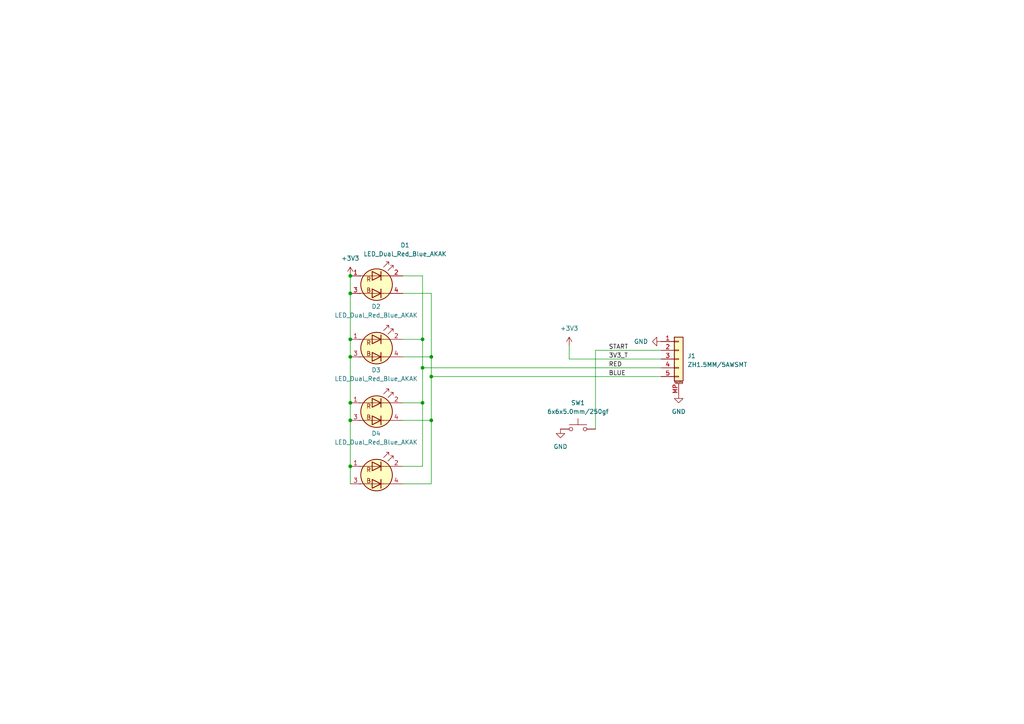
<source format=kicad_sch>
(kicad_sch (version 20211123) (generator eeschema)
  (paper "A4")
  (title_block (title "EZS-01-Switch") (date "2022-10-26") (rev "V0.1") (company "Timye"))
  (lib_symbols
    (symbol "Connector_Generic_MountingPin:Conn_01x05_MountingPin" (pin_names (offset 1.016) hide)
      (property "Reference" "J" (at 0 7.62 0))
      (property "Value" "Conn_01x05_MountingPin" (at 1.27 -7.62 0))
      (symbol "Conn_01x05_MountingPin_1_1"
        (rectangle (start -1.27 -4.953) (end 0 -5.207) (stroke (width 0.1524)))
        (rectangle (start -1.27 -2.413) (end 0 -2.667) (stroke (width 0.1524)))
        (rectangle (start -1.27 0.127) (end 0 -0.127) (stroke (width 0.1524)))
        (rectangle (start -1.27 2.667) (end 0 2.413) (stroke (width 0.1524)))
        (rectangle (start -1.27 5.207) (end 0 4.953) (stroke (width 0.1524)))
        (rectangle (start -1.27 6.35) (end 1.27 -6.35) (stroke (width 0.254)) (fill (type background)))
        (polyline (pts (xy -1.016 -7.112) (xy 1.016 -7.112)) (stroke (width 0.1524)))
        (text "Mounting" (at 0 -6.731 0) (effects (font (size 0.381 0.381))))
        (pin passive line (at -5.08 5.08 0) (length 3.81) (name "Pin_1") (number "1"))
        (pin passive line (at -5.08 2.54 0) (length 3.81) (name "Pin_2") (number "2"))
        (pin passive line (at -5.08 0 0) (length 3.81) (name "Pin_3") (number "3"))
        (pin passive line (at -5.08 -2.54 0) (length 3.81) (name "Pin_4") (number "4"))
        (pin passive line (at -5.08 -5.08 0) (length 3.81) (name "Pin_5") (number "5"))
        (pin passive line (at 0 -10.16 90) (length 3.048) (name "MountPin") (number "MP"))
      )
    )
    (symbol "Ovo_Device:LED_Dual_Red_Blue_AKAK" (pin_names (offset 0) hide)
      (property "Reference" "D2" (at -11.43 -5.08 0))
      (property "Value" "LED_Dual_Red_Blue_AKAK" (at 0 -5.08 0))
      (symbol "LED_Dual_Red_Blue_AKAK_0_0"
        (text "B" (at -2.286 -1.651 0) (effects (font (size 1.27 1.27))))
        (text "R" (at -2.286 1.524 0) (effects (font (size 1.27 1.27))))
      )
      (symbol "LED_Dual_Red_Blue_AKAK_0_1"
        (polyline (pts (xy -5.08 -2.54) (xy 2.032 -2.54)))
        (polyline (pts (xy -5.08 2.54) (xy 2.032 2.54)))
        (polyline (pts (xy 1.27 -1.27) (xy 1.27 -3.81)) (stroke (width 0.254)))
        (polyline (pts (xy 1.27 3.81) (xy 1.27 1.27)) (stroke (width 0.254)))
        (polyline (pts (xy 3.81 -2.54) (xy 1.905 -2.54)))
        (polyline (pts (xy 3.81 2.54) (xy 1.905 2.54)))
        (polyline (pts (xy -1.27 -1.27) (xy -1.27 -3.81) (xy 1.27 -2.54) (xy -1.27 -1.27)) (stroke (width 0.254)))
        (polyline (pts (xy -1.27 3.81) (xy -1.27 1.27) (xy 1.27 2.54) (xy -1.27 3.81)) (stroke (width 0.254)))
        (polyline (pts (xy 2.032 5.08) (xy 3.556 6.604) (xy 2.794 6.604) (xy 3.556 6.604) (xy 3.556 5.842)))
        (polyline (pts (xy 3.302 4.064) (xy 4.826 5.588) (xy 4.064 5.588) (xy 4.826 5.588) (xy 4.826 4.826)))
        (circle (center 0 0) (radius 4.572) (stroke (width 0.254)) (fill (type background)))
      )
      (symbol "LED_Dual_Red_Blue_AKAK_1_1"
        (pin input line (at -7.62 2.54 0) (length 3.048) (name "A1") (number "1"))
        (pin input line (at 7.62 2.54 180) (length 3.81) (name "K1") (number "2"))
        (pin input line (at -7.62 -2.54 0) (length 3.048) (name "A2") (number "3"))
        (pin input line (at 7.62 -2.54 180) (length 3.81) (name "K2") (number "4"))
      )
    )
    (symbol "Switch:SW_Push" (pin_numbers hide) (pin_names (offset 1.016) hide)
      (property "Reference" "SW" (at 1.27 2.54 0))
      (property "Value" "SW_Push" (at 0 -1.524 0))
      (symbol "SW_Push_0_1"
        (circle (center -2.032 0) (radius 0.508))
        (polyline (pts (xy 0 1.27) (xy 0 3.048)))
        (polyline (pts (xy 2.54 1.27) (xy -2.54 1.27)))
        (circle (center 2.032 0) (radius 0.508))
        (pin passive line (at -5.08 0 0) (length 2.54) (name "1") (number "1"))
        (pin passive line (at 5.08 0 180) (length 2.54) (name "2") (number "2"))
      )
    )
    (symbol "power:+3V3" (power) (pin_names (offset 0))
      (property "Value" "+3V3" (at 0 3.556 0))
      (symbol "+3V3_0_1"
        (polyline (pts (xy -0.762 1.27) (xy 0 2.54)))
        (polyline (pts (xy 0 0) (xy 0 2.54)))
        (polyline (pts (xy 0 2.54) (xy 0.762 1.27)))
      )
      (symbol "+3V3_1_1"
        (pin power_in line (at 0 0 90) (length 0) hide (name "+3V3") (number "1"))
      )
    )
    (symbol "power:GND" (power) (pin_names (offset 0))
      (property "Value" "GND" (at 0 -3.81 0))
      (symbol "GND_0_1"
        (polyline (pts (xy 0 0) (xy 0 -1.27) (xy 1.27 -1.27) (xy 0 -2.54) (xy -1.27 -1.27) (xy 0 -1.27)))
      )
      (symbol "GND_1_1"
        (pin power_in line (at 0 0 270) (length 0) hide (name "GND") (number "1"))
      )
    )
  )
  (junction (at 125.095 103.505))
  (junction (at 101.6 135.255))
  (junction (at 101.6 116.84))
  (junction (at 101.6 80.01))
  (junction (at 125.095 109.22))
  (junction (at 101.6 103.505))
  (junction (at 125.095 121.92))
  (junction (at 101.6 98.425))
  (junction (at 101.6 121.92))
  (junction (at 101.6 85.09))
  (junction (at 122.555 116.84))
  (junction (at 122.555 98.425))
  (junction (at 122.555 106.68))
  (wire (pts (xy 116.84 121.92) (xy 125.095 121.92)))
  (wire (pts (xy 101.6 103.505) (xy 101.6 116.84)))
  (wire (pts (xy 116.84 135.255) (xy 122.555 135.255)))
  (wire (pts (xy 172.72 101.6) (xy 191.77 101.6)))
  (wire (pts (xy 125.095 103.505) (xy 125.095 109.22)))
  (wire (pts (xy 122.555 116.84) (xy 122.555 135.255)))
  (wire (pts (xy 101.6 85.09) (xy 101.6 98.425)))
  (wire (pts (xy 165.1 100.33) (xy 165.1 104.14)))
  (wire (pts (xy 116.84 140.335) (xy 125.095 140.335)))
  (wire (pts (xy 122.555 106.68) (xy 191.77 106.68)))
  (wire (pts (xy 172.72 101.6) (xy 172.72 124.46)))
  (wire (pts (xy 101.6 121.92) (xy 101.6 135.255)))
  (wire (pts (xy 116.84 103.505) (xy 125.095 103.505)))
  (wire (pts (xy 101.6 116.84) (xy 101.6 121.92)))
  (wire (pts (xy 122.555 98.425) (xy 122.555 106.68)))
  (wire (pts (xy 122.555 80.01) (xy 122.555 98.425)))
  (wire (pts (xy 116.84 80.01) (xy 122.555 80.01)))
  (wire (pts (xy 125.095 121.92) (xy 125.095 140.335)))
  (wire (pts (xy 101.6 80.01) (xy 101.6 85.09)))
  (wire (pts (xy 116.84 85.09) (xy 125.095 85.09)))
  (wire (pts (xy 116.84 116.84) (xy 122.555 116.84)))
  (wire (pts (xy 165.1 104.14) (xy 191.77 104.14)))
  (wire (pts (xy 125.095 109.22) (xy 125.095 121.92)))
  (wire (pts (xy 122.555 106.68) (xy 122.555 116.84)))
  (wire (pts (xy 101.6 98.425) (xy 101.6 103.505)))
  (wire (pts (xy 116.84 98.425) (xy 122.555 98.425)))
  (wire (pts (xy 125.095 109.22) (xy 191.77 109.22)))
  (wire (pts (xy 101.6 135.255) (xy 101.6 140.335)))
  (wire (pts (xy 125.095 85.09) (xy 125.095 103.505)))
  (label "START" (at 176.53 101.6 0))
  (label "BLUE" (at 176.53 109.22 0))
  (label "3V3_T" (at 176.53 104.14 0))
  (label "RED" (at 176.53 106.68 0))
  (symbol (lib_id "power:+3V3") (at 101.6 80.01 0) (unit 1)
    (property "Reference" "#PWR0105" (effects hide))
    (property "Value" "+3V3" (at 101.6 74.93 0))
  )
  (symbol (lib_id "Ovo_Device:LED_Dual_Red_Blue_AKAK") (at 109.22 100.965 0) (unit 1)
    (property "Reference" "D2" (at 109.093 88.9 0))
    (property "Value" "LED_Dual_Red_Blue_AKAK" (at 109.093 91.44 0))
    (property "Footprint" "Ovo_LED_SMD:LED_Dual_1.6x1.5mm" (effects hide))
  )
  (symbol (lib_id "power:GND") (at 162.56 124.46 0) (unit 1)
    (property "Reference" "#PWR0102" (effects hide))
    (property "Value" "GND" (at 162.56 129.54 0))
  )
  (symbol (lib_id "power:GND") (at 196.85 114.3 0) (unit 1)
    (property "Reference" "#PWR0101" (effects hide))
    (property "Value" "GND" (at 196.85 119.38 0))
  )
  (symbol (lib_id "Ovo_Device:LED_Dual_Red_Blue_AKAK") (at 109.22 119.38 0) (unit 1)
    (property "Reference" "D3" (at 109.093 107.315 0))
    (property "Value" "LED_Dual_Red_Blue_AKAK" (at 109.093 109.855 0))
    (property "Footprint" "Ovo_LED_SMD:LED_Dual_1.6x1.5mm" (effects hide))
  )
  (symbol (lib_id "Ovo_Device:LED_Dual_Red_Blue_AKAK") (at 109.22 137.795 0) (unit 1)
    (property "Reference" "D4" (at 109.093 125.73 0))
    (property "Value" "LED_Dual_Red_Blue_AKAK" (at 109.093 128.27 0))
    (property "Footprint" "Ovo_LED_SMD:LED_Dual_1.6x1.5mm" (effects hide))
  )
  (symbol (lib_id "Switch:SW_Push") (at 167.64 124.46 0) (unit 1)
    (property "Reference" "SW1" (at 167.64 116.84 0))
    (property "Value" "6x6x5.0mm/250gf" (at 167.64 119.38 0))
    (property "Footprint" "Button_Switch_SMD:SW_Push_1P1T_NO_6x6mm_H9.5mm" (effects hide))
  )
  (symbol (lib_id "power:+3V3") (at 165.1 100.33 0) (mirror y) (unit 1)
    (property "Reference" "#PWR0104" (effects hide))
    (property "Value" "+3V3" (at 165.1 95.25 0))
  )
  (symbol (lib_id "Connector_Generic_MountingPin:Conn_01x05_MountingPin") (at 196.85 104.14 0) (unit 1)
    (property "Reference" "J1" (at 199.39 103.2255 0) (effects (justify left)))
    (property "Value" "ZH1.5MM/5AWSMT" (at 199.39 105.7655 0) (effects (justify left)))
    (property "Footprint" "Ovo_Connector_JST:JST_ZH_S5B-ZR-SM4-TF_1x05-1MP_P1.50mm_Horizontal" (effects hide))
  )
  (symbol (lib_id "power:GND") (at 191.77 99.06 270) (unit 1)
    (property "Reference" "#PWR0103" (effects hide))
    (property "Value" "GND" (at 187.96 99.0599 90) (effects (justify right)))
  )
  (symbol (lib_id "Ovo_Device:LED_Dual_Red_Blue_AKAK") (at 109.22 82.55 0) (unit 1)
    (property "Reference" "D1" (at 117.475 71.12 0))
    (property "Value" "LED_Dual_Red_Blue_AKAK" (at 117.475 73.66 0))
    (property "Footprint" "Ovo_LED_SMD:LED_Dual_1.6x1.5mm" (effects hide))
  )
)
</source>
